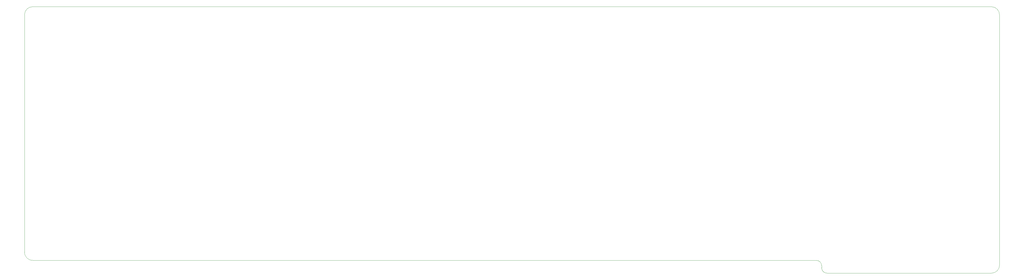
<source format=gm1>
G04 #@! TF.GenerationSoftware,KiCad,Pcbnew,(6.0.2)*
G04 #@! TF.CreationDate,2022-03-06T15:52:35-05:00*
G04 #@! TF.ProjectId,J-01-Alps,4a2d3031-2d41-46c7-9073-2e6b69636164,rev?*
G04 #@! TF.SameCoordinates,Original*
G04 #@! TF.FileFunction,Profile,NP*
%FSLAX46Y46*%
G04 Gerber Fmt 4.6, Leading zero omitted, Abs format (unit mm)*
G04 Created by KiCad (PCBNEW (6.0.2)) date 2022-03-06 15:52:35*
%MOMM*%
%LPD*%
G01*
G04 APERTURE LIST*
G04 #@! TA.AperFunction,Profile*
%ADD10C,0.100000*%
G04 #@! TD*
G04 APERTURE END LIST*
D10*
X388740000Y-162250000D02*
X388730000Y-69600000D01*
X385700000Y-66575000D02*
X31800000Y-66575000D01*
X28780000Y-69500000D02*
X28780000Y-157500000D01*
X31830000Y-160530000D02*
X321070000Y-160530000D01*
X325100000Y-165290000D02*
X385720000Y-165290000D01*
X385720000Y-165289999D02*
G75*
G03*
X388740000Y-162250000I5272J3014828D01*
G01*
X388730000Y-69600000D02*
G75*
G03*
X385700000Y-66575000I-3010578J14450D01*
G01*
X323049999Y-162500000D02*
G75*
G03*
X321070000Y-160530000I-1977024J-7035D01*
G01*
X323050000Y-163300000D02*
G75*
G03*
X325100000Y-165290000I2017809J27743D01*
G01*
X323050000Y-163300000D02*
X323050000Y-162500000D01*
X28780000Y-157500000D02*
G75*
G03*
X31830000Y-160530000I2992801J-37511D01*
G01*
X31800000Y-66575000D02*
G75*
G03*
X28780000Y-69500000I-21897J-2998935D01*
G01*
M02*

</source>
